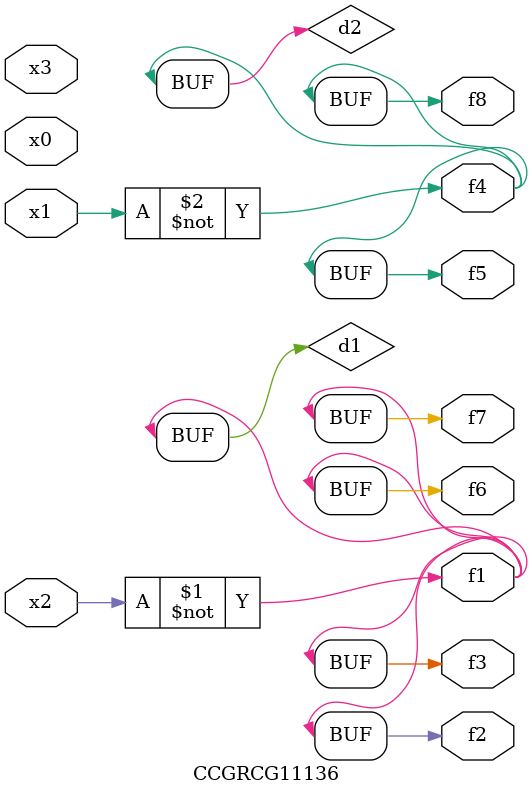
<source format=v>
module CCGRCG11136(
	input x0, x1, x2, x3,
	output f1, f2, f3, f4, f5, f6, f7, f8
);

	wire d1, d2;

	xnor (d1, x2);
	not (d2, x1);
	assign f1 = d1;
	assign f2 = d1;
	assign f3 = d1;
	assign f4 = d2;
	assign f5 = d2;
	assign f6 = d1;
	assign f7 = d1;
	assign f8 = d2;
endmodule

</source>
